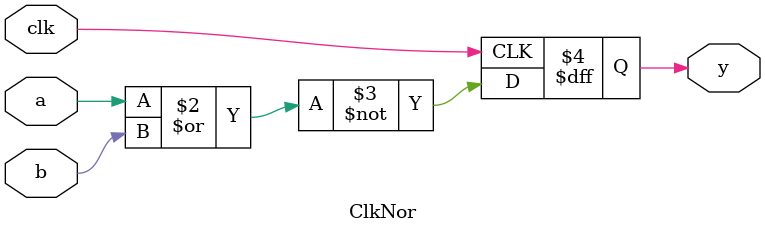
<source format=sv>
module ClkNor(input clk, a, b, output reg y);
    always @(posedge clk) y <= ~(a | b); // 寄存器输出
endmodule
</source>
